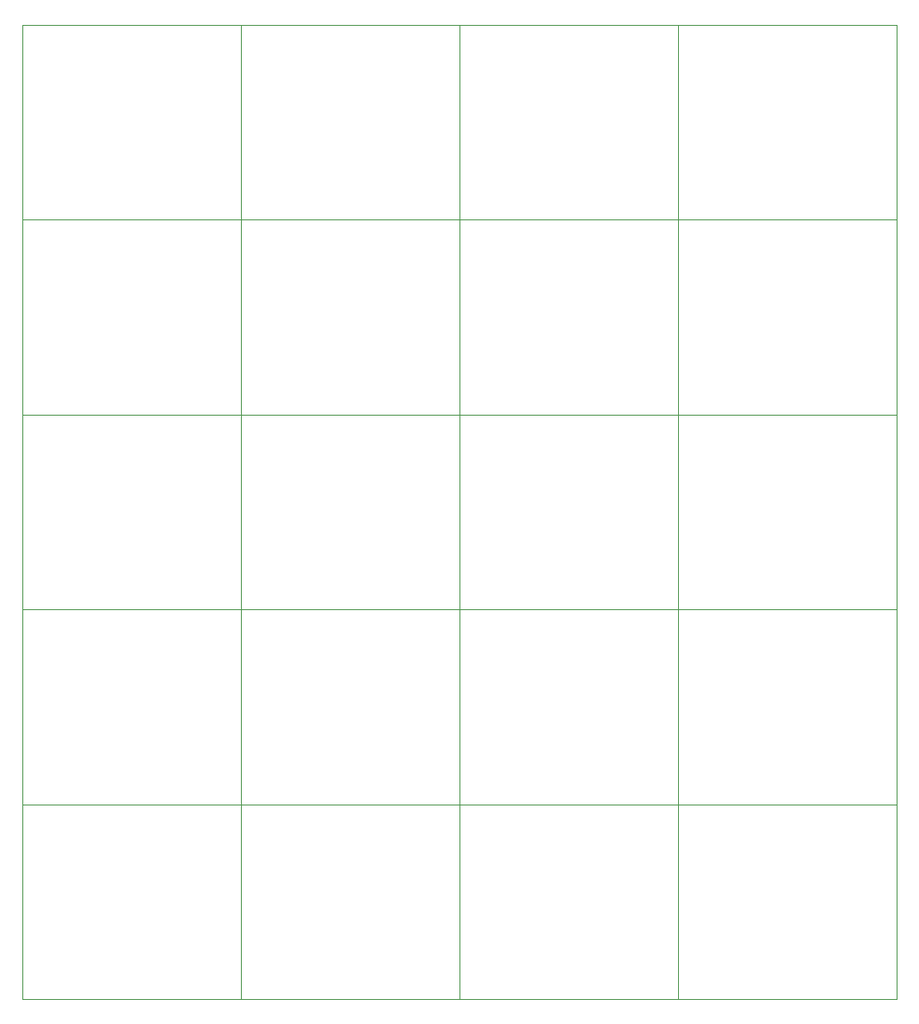
<source format=gbr>
%TF.GenerationSoftware,KiCad,Pcbnew,(5.1.10)-1*%
%TF.CreationDate,2022-01-18T16:22:41+07:00*%
%TF.ProjectId,DC5V_DC5V3V3_v3_pnlz4x5,44433556-5f44-4433-9556-3356335f7633,rev?*%
%TF.SameCoordinates,Original*%
%TF.FileFunction,Profile,NP*%
%FSLAX46Y46*%
G04 Gerber Fmt 4.6, Leading zero omitted, Abs format (unit mm)*
G04 Created by KiCad (PCBNEW (5.1.10)-1) date 2022-01-18 16:22:41*
%MOMM*%
%LPD*%
G01*
G04 APERTURE LIST*
%TA.AperFunction,Profile*%
%ADD10C,0.100000*%
%TD*%
G04 APERTURE END LIST*
D10*
X118000000Y-119354000D02*
X118000000Y-138531000D01*
X96500000Y-119354000D02*
X96500000Y-138531000D01*
X75000000Y-119354000D02*
X75000000Y-138531000D01*
X53500000Y-119354000D02*
X53500000Y-138531000D01*
X118000000Y-100177000D02*
X118000000Y-119354000D01*
X96500000Y-100177000D02*
X96500000Y-119354000D01*
X75000000Y-100177000D02*
X75000000Y-119354000D01*
X53500000Y-100177000D02*
X53500000Y-119354000D01*
X118000000Y-81000000D02*
X118000000Y-100177000D01*
X96500000Y-81000000D02*
X96500000Y-100177000D01*
X75000000Y-81000000D02*
X75000000Y-100177000D01*
X53500000Y-81000000D02*
X53500000Y-100177000D01*
X118000000Y-61823000D02*
X118000000Y-81000000D01*
X96500000Y-61823000D02*
X96500000Y-81000000D01*
X75000000Y-61823000D02*
X75000000Y-81000000D01*
X53500000Y-61823000D02*
X53500000Y-81000000D01*
X118000000Y-42646000D02*
X118000000Y-61823000D01*
X96500000Y-42646000D02*
X96500000Y-61823000D01*
X75000000Y-42646000D02*
X75000000Y-61823000D01*
X139500000Y-119354000D02*
X118000000Y-119354000D01*
X118000000Y-119354000D02*
X96500000Y-119354000D01*
X96500000Y-119354000D02*
X75000000Y-119354000D01*
X75000000Y-119354000D02*
X53500000Y-119354000D01*
X139500000Y-100177000D02*
X118000000Y-100177000D01*
X118000000Y-100177000D02*
X96500000Y-100177000D01*
X96500000Y-100177000D02*
X75000000Y-100177000D01*
X75000000Y-100177000D02*
X53500000Y-100177000D01*
X139500000Y-81000000D02*
X118000000Y-81000000D01*
X118000000Y-81000000D02*
X96500000Y-81000000D01*
X96500000Y-81000000D02*
X75000000Y-81000000D01*
X75000000Y-81000000D02*
X53500000Y-81000000D01*
X139500000Y-61823000D02*
X118000000Y-61823000D01*
X118000000Y-61823000D02*
X96500000Y-61823000D01*
X96500000Y-61823000D02*
X75000000Y-61823000D01*
X75000000Y-61823000D02*
X53500000Y-61823000D01*
X139500000Y-42646000D02*
X118000000Y-42646000D01*
X118000000Y-42646000D02*
X96500000Y-42646000D01*
X96500000Y-42646000D02*
X75000000Y-42646000D01*
X139500000Y-119354000D02*
X139500000Y-138531000D01*
X118000000Y-119354000D02*
X118000000Y-138531000D01*
X96500000Y-119354000D02*
X96500000Y-138531000D01*
X75000000Y-119354000D02*
X75000000Y-138531000D01*
X139500000Y-100177000D02*
X139500000Y-119354000D01*
X118000000Y-100177000D02*
X118000000Y-119354000D01*
X96500000Y-100177000D02*
X96500000Y-119354000D01*
X75000000Y-100177000D02*
X75000000Y-119354000D01*
X139500000Y-81000000D02*
X139500000Y-100177000D01*
X118000000Y-81000000D02*
X118000000Y-100177000D01*
X96500000Y-81000000D02*
X96500000Y-100177000D01*
X75000000Y-81000000D02*
X75000000Y-100177000D01*
X139500000Y-61823000D02*
X139500000Y-81000000D01*
X118000000Y-61823000D02*
X118000000Y-81000000D01*
X96500000Y-61823000D02*
X96500000Y-81000000D01*
X75000000Y-61823000D02*
X75000000Y-81000000D01*
X139500000Y-42646000D02*
X139500000Y-61823000D01*
X118000000Y-42646000D02*
X118000000Y-61823000D01*
X96500000Y-42646000D02*
X96500000Y-61823000D01*
X118000000Y-138531000D02*
X139500000Y-138531000D01*
X96500000Y-138531000D02*
X118000000Y-138531000D01*
X75000000Y-138531000D02*
X96500000Y-138531000D01*
X53500000Y-138531000D02*
X75000000Y-138531000D01*
X118000000Y-119354000D02*
X139500000Y-119354000D01*
X96500000Y-119354000D02*
X118000000Y-119354000D01*
X75000000Y-119354000D02*
X96500000Y-119354000D01*
X53500000Y-119354000D02*
X75000000Y-119354000D01*
X118000000Y-100177000D02*
X139500000Y-100177000D01*
X96500000Y-100177000D02*
X118000000Y-100177000D01*
X75000000Y-100177000D02*
X96500000Y-100177000D01*
X53500000Y-100177000D02*
X75000000Y-100177000D01*
X118000000Y-81000000D02*
X139500000Y-81000000D01*
X96500000Y-81000000D02*
X118000000Y-81000000D01*
X75000000Y-81000000D02*
X96500000Y-81000000D01*
X53500000Y-81000000D02*
X75000000Y-81000000D01*
X118000000Y-61823000D02*
X139500000Y-61823000D01*
X96500000Y-61823000D02*
X118000000Y-61823000D01*
X75000000Y-61823000D02*
X96500000Y-61823000D01*
X53500000Y-42646000D02*
X53500000Y-61823000D01*
X75000000Y-42646000D02*
X53500000Y-42646000D01*
X75000000Y-42646000D02*
X75000000Y-61823000D01*
X53500000Y-61823000D02*
X75000000Y-61823000D01*
M02*

</source>
